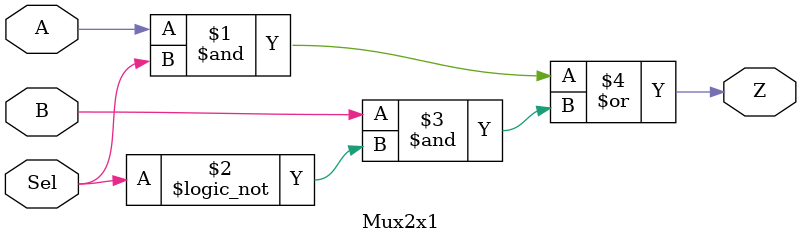
<source format=v>
`timescale 1ns / 1ps
module Mux2x1(input A,B, Sel, output Z);
assign Z = (A&Sel) | (B&!Sel);

endmodule

</source>
